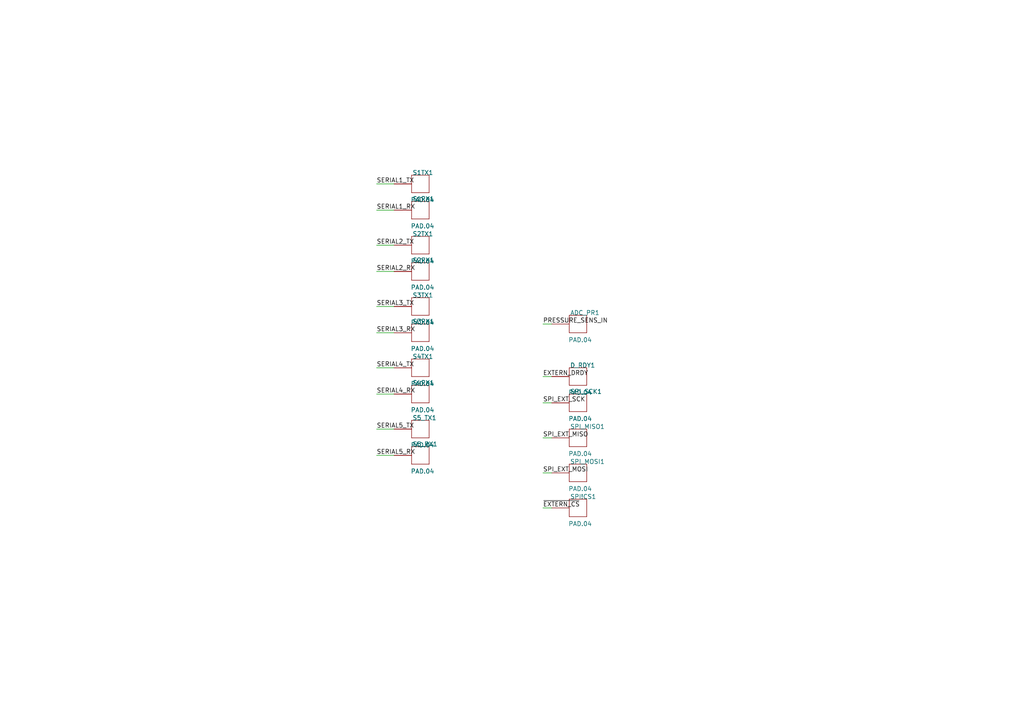
<source format=kicad_sch>
(kicad_sch (version 20250114) (generator "eeschema") (generator_version "9.0")
  (paper "A4")
  (lib_symbols
    (symbol "CB_REV_C:root_0_PAD.04_CB_REV_C.SCHLIB" (pin_numbers (hide yes)) (pin_names (hide yes))
      (symbol "root_0_PAD.04_CB_REV_C.SCHLIB_1_0"
        (polyline (pts (xy -2.54 2.54) (xy -2.54 -2.54)) (stroke (width 0) (color 128 0 0 1)))
        (polyline (pts (xy -2.54 -2.54) (xy 2.54 -2.54)) (stroke (width 0) (color 128 0 0 1)))
        (polyline (pts (xy 2.54 2.54) (xy -2.54 2.54)) (stroke (width 0) (color 128 0 0 1)))
        (polyline (pts (xy 2.54 -2.54) (xy 2.54 2.54)) (stroke (width 0) (color 128 0 0 1)))
        (pin passive line (at -7.62 0 0) (length 5.08) (name "P$1") (number "P$1"))
      )
    )
  )
  (wire (pts (xy 109.22 88.9) (xy 114.3 88.9)))
  (wire (pts (xy 109.22 114.3) (xy 114.3 114.3)))
  (wire (pts (xy 109.22 53.34) (xy 114.3 53.34)))
  (wire (pts (xy 109.22 124.46) (xy 114.3 124.46)))
  (wire (pts (xy 109.22 60.96) (xy 114.3 60.96)))
  (wire (pts (xy 157.48 137.16) (xy 160.02 137.16)))
  (wire (pts (xy 109.22 132.08) (xy 114.3 132.08)))
  (wire (pts (xy 157.48 93.98) (xy 160.02 93.98)))
  (wire (pts (xy 157.48 116.84) (xy 160.02 116.84)))
  (wire (pts (xy 157.48 127) (xy 160.02 127)))
  (wire (pts (xy 109.22 71.12) (xy 114.3 71.12)))
  (wire (pts (xy 157.48 109.22) (xy 160.02 109.22)))
  (wire (pts (xy 109.22 106.68) (xy 114.3 106.68)))
  (wire (pts (xy 109.22 78.74) (xy 114.3 78.74)))
  (wire (pts (xy 157.48 147.32) (xy 160.02 147.32)))
  (wire (pts (xy 109.22 96.52) (xy 114.3 96.52)))
  (label "EXTERN_DRDY" (at 157.48 109.22 0))
  (label "SERIAL3_TX" (at 109.22 88.9 0))
  (label "SPI_EXT_SCK" (at 157.48 116.84 0))
  (label "SPI_EXT_MOSI" (at 157.48 137.16 0))
  (label "SERIAL5_RX" (at 109.22 132.08 0))
  (label "SERIAL1_TX" (at 109.22 53.34 0))
  (label "SERIAL5_TX" (at 109.22 124.46 0))
  (label "SERIAL2_TX" (at 109.22 71.12 0))
  (label "SERIAL1_RX" (at 109.22 60.96 0))
  (label "SERIAL2_RX" (at 109.22 78.74 0))
  (label "SPI_EXT_MISO" (at 157.48 127 0))
  (label "SERIAL4_RX" (at 109.22 114.3 0))
  (label "SERIAL3_RX" (at 109.22 96.52 0))
  (label "~{EXTERN_CS}" (at 157.48 147.32 0))
  (label "PRESSURE_SENS_IN" (at 157.48 93.98 0))
  (label "SERIAL4_TX" (at 109.22 106.68 0))
  (symbol (lib_id "CB_REV_C:root_0_PAD.04_CB_REV_C.SCHLIB") (at 167.64 109.22 0) (unit 1)
    (property "Reference" "D_RDY1" (at 165.354 106.68 0) (effects (justify left bottom)))
    (property "Value" "PAD.04" (at 164.846 114.554 0) (effects (justify left bottom)))
    (property "Footprint" "PAD.04X.04" (effects (hide yes)))
  )
  (symbol (lib_id "CB_REV_C:root_0_PAD.04_CB_REV_C.SCHLIB") (at 121.92 78.74 0) (unit 1)
    (property "Reference" "S2RX1" (at 119.634 76.2 0) (effects (justify left bottom)))
    (property "Value" "PAD.04" (at 119.126 84.074 0) (effects (justify left bottom)))
    (property "Footprint" "PAD.04X.04" (effects (hide yes)))
  )
  (symbol (lib_id "CB_REV_C:root_0_PAD.04_CB_REV_C.SCHLIB") (at 121.92 114.3 0) (unit 1)
    (property "Reference" "S4RX1" (at 119.634 111.76 0) (effects (justify left bottom)))
    (property "Value" "PAD.04" (at 119.126 119.634 0) (effects (justify left bottom)))
    (property "Footprint" "PAD.04X.04" (effects (hide yes)))
  )
  (symbol (lib_id "CB_REV_C:root_0_PAD.04_CB_REV_C.SCHLIB") (at 121.92 132.08 0) (unit 1)
    (property "Reference" "S5_RX1" (at 119.634 129.54 0) (effects (justify left bottom)))
    (property "Value" "PAD.04" (at 119.126 137.414 0) (effects (justify left bottom)))
    (property "Footprint" "PAD.04X.04" (effects (hide yes)))
  )
  (symbol (lib_id "CB_REV_C:root_0_PAD.04_CB_REV_C.SCHLIB") (at 121.92 106.68 0) (unit 1)
    (property "Reference" "S4TX1" (at 119.634 104.14 0) (effects (justify left bottom)))
    (property "Value" "PAD.04" (at 119.126 112.014 0) (effects (justify left bottom)))
    (property "Footprint" "PAD.04X.04" (effects (hide yes)))
  )
  (symbol (lib_id "CB_REV_C:root_0_PAD.04_CB_REV_C.SCHLIB") (at 167.64 116.84 0) (unit 1)
    (property "Reference" "SPI_SCK1" (at 165.354 114.3 0) (effects (justify left bottom)))
    (property "Value" "PAD.04" (at 164.846 122.174 0) (effects (justify left bottom)))
    (property "Footprint" "PAD.04X.04" (effects (hide yes)))
  )
  (symbol (lib_id "CB_REV_C:root_0_PAD.04_CB_REV_C.SCHLIB") (at 121.92 60.96 0) (unit 1)
    (property "Reference" "S1RX1" (at 119.634 58.42 0) (effects (justify left bottom)))
    (property "Value" "PAD.04" (at 119.126 66.294 0) (effects (justify left bottom)))
    (property "Footprint" "PAD.04X.04" (effects (hide yes)))
  )
  (symbol (lib_id "CB_REV_C:root_0_PAD.04_CB_REV_C.SCHLIB") (at 167.64 93.98 0) (unit 1)
    (property "Reference" "ADC_PR1" (at 165.354 91.44 0) (effects (justify left bottom)))
    (property "Value" "PAD.04" (at 164.846 99.314 0) (effects (justify left bottom)))
    (property "Footprint" "PAD.04X.04" (effects (hide yes)))
  )
  (symbol (lib_id "CB_REV_C:root_0_PAD.04_CB_REV_C.SCHLIB") (at 121.92 71.12 0) (unit 1)
    (property "Reference" "S2TX1" (at 119.634 68.58 0) (effects (justify left bottom)))
    (property "Value" "PAD.04" (at 119.126 76.454 0) (effects (justify left bottom)))
    (property "Footprint" "PAD.04X.04" (effects (hide yes)))
  )
  (symbol (lib_id "CB_REV_C:root_0_PAD.04_CB_REV_C.SCHLIB") (at 121.92 53.34 0) (unit 1)
    (property "Reference" "S1TX1" (at 119.634 50.8 0) (effects (justify left bottom)))
    (property "Value" "PAD.04" (at 119.126 58.674 0) (effects (justify left bottom)))
    (property "Footprint" "PAD.04X.04" (effects (hide yes)))
  )
  (symbol (lib_id "CB_REV_C:root_0_PAD.04_CB_REV_C.SCHLIB") (at 121.92 96.52 0) (unit 1)
    (property "Reference" "S3RX1" (at 119.634 93.98 0) (effects (justify left bottom)))
    (property "Value" "PAD.04" (at 119.126 101.854 0) (effects (justify left bottom)))
    (property "Footprint" "PAD.04X.04" (effects (hide yes)))
  )
  (symbol (lib_id "CB_REV_C:root_0_PAD.04_CB_REV_C.SCHLIB") (at 167.64 147.32 0) (unit 1)
    (property "Reference" "SPI!CS1" (at 165.354 144.78 0) (effects (justify left bottom)))
    (property "Value" "PAD.04" (at 164.846 152.654 0) (effects (justify left bottom)))
    (property "Footprint" "PAD.04X.04" (effects (hide yes)))
  )
  (symbol (lib_id "CB_REV_C:root_0_PAD.04_CB_REV_C.SCHLIB") (at 121.92 88.9 0) (unit 1)
    (property "Reference" "S3TX1" (at 119.634 86.36 0) (effects (justify left bottom)))
    (property "Value" "PAD.04" (at 119.126 94.234 0) (effects (justify left bottom)))
    (property "Footprint" "PAD.04X.04" (effects (hide yes)))
  )
  (symbol (lib_id "CB_REV_C:root_0_PAD.04_CB_REV_C.SCHLIB") (at 167.64 137.16 0) (unit 1)
    (property "Reference" "SPI_MOSI1" (at 165.354 134.62 0) (effects (justify left bottom)))
    (property "Value" "PAD.04" (at 164.846 142.494 0) (effects (justify left bottom)))
    (property "Footprint" "PAD.04X.04" (effects (hide yes)))
  )
  (symbol (lib_id "CB_REV_C:root_0_PAD.04_CB_REV_C.SCHLIB") (at 167.64 127 0) (unit 1)
    (property "Reference" "SPI_MISO1" (at 165.354 124.46 0) (effects (justify left bottom)))
    (property "Value" "PAD.04" (at 164.846 132.334 0) (effects (justify left bottom)))
    (property "Footprint" "PAD.04X.04" (effects (hide yes)))
  )
  (symbol (lib_id "CB_REV_C:root_0_PAD.04_CB_REV_C.SCHLIB") (at 121.92 124.46 0) (unit 1)
    (property "Reference" "S5_TX1" (at 119.634 121.92 0) (effects (justify left bottom)))
    (property "Value" "PAD.04" (at 119.126 129.794 0) (effects (justify left bottom)))
    (property "Footprint" "PAD.04X.04" (effects (hide yes)))
  )
)
</source>
